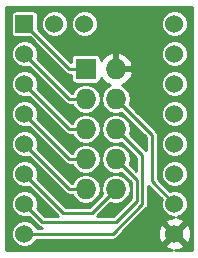
<source format=gtl>
G04 #@! TF.GenerationSoftware,KiCad,Pcbnew,5.0.2+dfsg1-1*
G04 #@! TF.CreationDate,2021-08-07T23:43:54+09:00*
G04 #@! TF.ProjectId,tmc-hv-adapter,746d632d-6876-42d6-9164-61707465722e,rev?*
G04 #@! TF.SameCoordinates,Original*
G04 #@! TF.FileFunction,Copper,L1,Top*
G04 #@! TF.FilePolarity,Positive*
%FSLAX46Y46*%
G04 Gerber Fmt 4.6, Leading zero omitted, Abs format (unit mm)*
G04 Created by KiCad (PCBNEW 5.0.2+dfsg1-1) date Sat 07 Aug 2021 11:43:54 PM JST*
%MOMM*%
%LPD*%
G01*
G04 APERTURE LIST*
G04 #@! TA.AperFunction,ComponentPad*
%ADD10R,1.727200X1.727200*%
G04 #@! TD*
G04 #@! TA.AperFunction,ComponentPad*
%ADD11O,1.727200X1.727200*%
G04 #@! TD*
G04 #@! TA.AperFunction,ComponentPad*
%ADD12R,1.524000X1.524000*%
G04 #@! TD*
G04 #@! TA.AperFunction,ComponentPad*
%ADD13C,1.524000*%
G04 #@! TD*
G04 #@! TA.AperFunction,ViaPad*
%ADD14C,0.800000*%
G04 #@! TD*
G04 #@! TA.AperFunction,Conductor*
%ADD15C,0.250000*%
G04 #@! TD*
G04 #@! TA.AperFunction,Conductor*
%ADD16C,0.254000*%
G04 #@! TD*
G04 APERTURE END LIST*
D10*
G04 #@! TO.P,J1,1*
G04 #@! TO.N,Net-(J1-Pad1)*
X152146000Y-72390000D03*
D11*
G04 #@! TO.P,J1,2*
G04 #@! TO.N,GND*
X154686000Y-72390000D03*
G04 #@! TO.P,J1,3*
G04 #@! TO.N,Net-(J1-Pad3)*
X152146000Y-74930000D03*
G04 #@! TO.P,J1,4*
G04 #@! TO.N,Net-(J1-Pad4)*
X154686000Y-74930000D03*
G04 #@! TO.P,J1,5*
G04 #@! TO.N,Net-(J1-Pad5)*
X152146000Y-77470000D03*
G04 #@! TO.P,J1,6*
G04 #@! TO.N,Net-(J1-Pad6)*
X154686000Y-77470000D03*
G04 #@! TO.P,J1,7*
G04 #@! TO.N,Net-(J1-Pad7)*
X152146000Y-80010000D03*
G04 #@! TO.P,J1,8*
G04 #@! TO.N,Net-(J1-Pad8)*
X154686000Y-80010000D03*
G04 #@! TO.P,J1,9*
G04 #@! TO.N,Net-(J1-Pad9)*
X152146000Y-82550000D03*
G04 #@! TO.P,J1,10*
G04 #@! TO.N,Net-(J1-Pad10)*
X154686000Y-82550000D03*
G04 #@! TD*
D12*
G04 #@! TO.P,U1,1*
G04 #@! TO.N,Net-(J1-Pad1)*
X146955001Y-68580000D03*
D13*
G04 #@! TO.P,U1,2*
G04 #@! TO.N,Net-(J1-Pad3)*
X146955001Y-71120000D03*
G04 #@! TO.P,U1,3*
G04 #@! TO.N,Net-(J1-Pad5)*
X146955001Y-73660000D03*
G04 #@! TO.P,U1,4*
G04 #@! TO.N,Net-(J1-Pad7)*
X146955001Y-76200000D03*
G04 #@! TO.P,U1,5*
G04 #@! TO.N,Net-(J1-Pad9)*
X146955001Y-78740000D03*
G04 #@! TO.P,U1,6*
G04 #@! TO.N,Net-(J1-Pad10)*
X146955001Y-81280000D03*
G04 #@! TO.P,U1,7*
G04 #@! TO.N,Net-(J1-Pad8)*
X146955001Y-83820000D03*
G04 #@! TO.P,U1,8*
G04 #@! TO.N,Net-(J1-Pad6)*
X146955001Y-86360000D03*
G04 #@! TO.P,U1,9*
G04 #@! TO.N,GND*
X159655001Y-86360000D03*
G04 #@! TO.P,U1,10*
G04 #@! TO.N,Net-(J1-Pad4)*
X159655001Y-83820000D03*
G04 #@! TO.P,U1,11*
G04 #@! TO.N,Net-(U1-Pad11)*
X159655001Y-81280000D03*
G04 #@! TO.P,U1,12*
G04 #@! TO.N,Net-(U1-Pad12)*
X159655001Y-78740000D03*
G04 #@! TO.P,U1,13*
G04 #@! TO.N,Net-(U1-Pad13)*
X159655001Y-76200000D03*
G04 #@! TO.P,U1,14*
G04 #@! TO.N,Net-(U1-Pad14)*
X159655001Y-73660000D03*
G04 #@! TO.P,U1,15*
G04 #@! TO.N,Net-(U1-Pad15)*
X159655001Y-71120000D03*
G04 #@! TO.P,U1,16*
G04 #@! TO.N,Net-(U1-Pad16)*
X159655001Y-68580000D03*
G04 #@! TO.P,U1,17*
G04 #@! TO.N,Net-(U1-Pad17)*
X149495001Y-68580000D03*
G04 #@! TO.P,U1,18*
G04 #@! TO.N,Net-(U1-Pad18)*
X152035001Y-68580000D03*
G04 #@! TD*
D14*
G04 #@! TO.N,GND*
X157480000Y-86360000D03*
X157480000Y-68580000D03*
G04 #@! TD*
D15*
G04 #@! TO.N,Net-(J1-Pad1)*
X150765001Y-72390000D02*
X152146000Y-72390000D01*
X146955001Y-68580000D02*
X150765001Y-72390000D01*
G04 #@! TO.N,Net-(J1-Pad3)*
X150765001Y-74930000D02*
X152146000Y-74930000D01*
X146955001Y-71120000D02*
X150765001Y-74930000D01*
G04 #@! TO.N,Net-(J1-Pad5)*
X150765001Y-77470000D02*
X152146000Y-77470000D01*
X146955001Y-73660000D02*
X150765001Y-77470000D01*
G04 #@! TO.N,Net-(J1-Pad6)*
X156914010Y-79698010D02*
X155549599Y-78333599D01*
X156914010Y-83820000D02*
X156914010Y-79698010D01*
X146955001Y-86360000D02*
X154432000Y-86360000D01*
X155549599Y-78333599D02*
X154686000Y-77470000D01*
X154432000Y-86360000D02*
X156914010Y-83820000D01*
G04 #@! TO.N,Net-(J1-Pad7)*
X150765001Y-80010000D02*
X152146000Y-80010000D01*
X146955001Y-76200000D02*
X150765001Y-80010000D01*
G04 #@! TO.N,Net-(J1-Pad8)*
X156464000Y-83566000D02*
X156464000Y-81788000D01*
X156464000Y-81788000D02*
X154686000Y-80010000D01*
X154686000Y-85344000D02*
X156464000Y-83566000D01*
X146955001Y-83820000D02*
X148479001Y-85344000D01*
X148479001Y-85344000D02*
X154686000Y-85344000D01*
G04 #@! TO.N,Net-(J1-Pad9)*
X150765001Y-82550000D02*
X152146000Y-82550000D01*
X146955001Y-78740000D02*
X150765001Y-82550000D01*
G04 #@! TO.N,Net-(J1-Pad10)*
X146955001Y-81280000D02*
X150257001Y-84582000D01*
X152654000Y-84582000D02*
X154686000Y-82550000D01*
X150257001Y-84582000D02*
X152654000Y-84582000D01*
G04 #@! TO.N,Net-(J1-Pad4)*
X157734000Y-81898999D02*
X159655001Y-83820000D01*
X154686000Y-74930000D02*
X157734000Y-77978000D01*
X157734000Y-77978000D02*
X157734000Y-81898999D01*
G04 #@! TD*
D16*
G04 #@! TO.N,GND*
G36*
X161163000Y-87757000D02*
X159689932Y-87757000D01*
X160002369Y-87741362D01*
X160386144Y-87582397D01*
X160455609Y-87340213D01*
X159655001Y-86539605D01*
X158854393Y-87340213D01*
X158923858Y-87582397D01*
X159413264Y-87757000D01*
X145415000Y-87757000D01*
X145415000Y-78512643D01*
X145812001Y-78512643D01*
X145812001Y-78967357D01*
X145986012Y-79387458D01*
X146307543Y-79708989D01*
X146727644Y-79883000D01*
X147182358Y-79883000D01*
X147323816Y-79824406D01*
X150371964Y-82872555D01*
X150400195Y-82914806D01*
X150512782Y-82990033D01*
X150567569Y-83026641D01*
X150765001Y-83065913D01*
X150814836Y-83056000D01*
X150987231Y-83056000D01*
X151248694Y-83447306D01*
X151660381Y-83722387D01*
X152023419Y-83794600D01*
X152268581Y-83794600D01*
X152631619Y-83722387D01*
X153043306Y-83447306D01*
X153318387Y-83035619D01*
X153414983Y-82550000D01*
X153318387Y-82064381D01*
X153043306Y-81652694D01*
X152631619Y-81377613D01*
X152268581Y-81305400D01*
X152023419Y-81305400D01*
X151660381Y-81377613D01*
X151248694Y-81652694D01*
X150987231Y-82044000D01*
X150974593Y-82044000D01*
X148039407Y-79108815D01*
X148098001Y-78967357D01*
X148098001Y-78512643D01*
X147923990Y-78092542D01*
X147602459Y-77771011D01*
X147182358Y-77597000D01*
X146727644Y-77597000D01*
X146307543Y-77771011D01*
X145986012Y-78092542D01*
X145812001Y-78512643D01*
X145415000Y-78512643D01*
X145415000Y-75972643D01*
X145812001Y-75972643D01*
X145812001Y-76427357D01*
X145986012Y-76847458D01*
X146307543Y-77168989D01*
X146727644Y-77343000D01*
X147182358Y-77343000D01*
X147323816Y-77284406D01*
X150371964Y-80332555D01*
X150400195Y-80374806D01*
X150512782Y-80450033D01*
X150567569Y-80486641D01*
X150765001Y-80525913D01*
X150814836Y-80516000D01*
X150987231Y-80516000D01*
X151248694Y-80907306D01*
X151660381Y-81182387D01*
X152023419Y-81254600D01*
X152268581Y-81254600D01*
X152631619Y-81182387D01*
X153043306Y-80907306D01*
X153318387Y-80495619D01*
X153414983Y-80010000D01*
X153318387Y-79524381D01*
X153043306Y-79112694D01*
X152631619Y-78837613D01*
X152268581Y-78765400D01*
X152023419Y-78765400D01*
X151660381Y-78837613D01*
X151248694Y-79112694D01*
X150987231Y-79504000D01*
X150974593Y-79504000D01*
X148039407Y-76568815D01*
X148098001Y-76427357D01*
X148098001Y-75972643D01*
X147923990Y-75552542D01*
X147602459Y-75231011D01*
X147182358Y-75057000D01*
X146727644Y-75057000D01*
X146307543Y-75231011D01*
X145986012Y-75552542D01*
X145812001Y-75972643D01*
X145415000Y-75972643D01*
X145415000Y-73432643D01*
X145812001Y-73432643D01*
X145812001Y-73887357D01*
X145986012Y-74307458D01*
X146307543Y-74628989D01*
X146727644Y-74803000D01*
X147182358Y-74803000D01*
X147323816Y-74744406D01*
X150371964Y-77792555D01*
X150400195Y-77834806D01*
X150512782Y-77910033D01*
X150567569Y-77946641D01*
X150765001Y-77985913D01*
X150814836Y-77976000D01*
X150987231Y-77976000D01*
X151248694Y-78367306D01*
X151660381Y-78642387D01*
X152023419Y-78714600D01*
X152268581Y-78714600D01*
X152631619Y-78642387D01*
X153043306Y-78367306D01*
X153318387Y-77955619D01*
X153414983Y-77470000D01*
X153318387Y-76984381D01*
X153043306Y-76572694D01*
X152631619Y-76297613D01*
X152268581Y-76225400D01*
X152023419Y-76225400D01*
X151660381Y-76297613D01*
X151248694Y-76572694D01*
X150987231Y-76964000D01*
X150974593Y-76964000D01*
X148039407Y-74028815D01*
X148098001Y-73887357D01*
X148098001Y-73432643D01*
X147923990Y-73012542D01*
X147602459Y-72691011D01*
X147182358Y-72517000D01*
X146727644Y-72517000D01*
X146307543Y-72691011D01*
X145986012Y-73012542D01*
X145812001Y-73432643D01*
X145415000Y-73432643D01*
X145415000Y-70892643D01*
X145812001Y-70892643D01*
X145812001Y-71347357D01*
X145986012Y-71767458D01*
X146307543Y-72088989D01*
X146727644Y-72263000D01*
X147182358Y-72263000D01*
X147323816Y-72204406D01*
X150371964Y-75252555D01*
X150400195Y-75294806D01*
X150512782Y-75370033D01*
X150567569Y-75406641D01*
X150765001Y-75445913D01*
X150814836Y-75436000D01*
X150987231Y-75436000D01*
X151248694Y-75827306D01*
X151660381Y-76102387D01*
X152023419Y-76174600D01*
X152268581Y-76174600D01*
X152631619Y-76102387D01*
X153043306Y-75827306D01*
X153318387Y-75415619D01*
X153414983Y-74930000D01*
X153318387Y-74444381D01*
X153043306Y-74032694D01*
X152631619Y-73757613D01*
X152268581Y-73685400D01*
X152023419Y-73685400D01*
X151660381Y-73757613D01*
X151248694Y-74032694D01*
X150987231Y-74424000D01*
X150974593Y-74424000D01*
X148039407Y-71488815D01*
X148098001Y-71347357D01*
X148098001Y-70892643D01*
X147923990Y-70472542D01*
X147602459Y-70151011D01*
X147182358Y-69977000D01*
X146727644Y-69977000D01*
X146307543Y-70151011D01*
X145986012Y-70472542D01*
X145812001Y-70892643D01*
X145415000Y-70892643D01*
X145415000Y-67818000D01*
X145804537Y-67818000D01*
X145804537Y-69342000D01*
X145834107Y-69490659D01*
X145918315Y-69616686D01*
X146044342Y-69700894D01*
X146193001Y-69730464D01*
X147389874Y-69730464D01*
X150371964Y-72712555D01*
X150400195Y-72754806D01*
X150512782Y-72830033D01*
X150567569Y-72866641D01*
X150765001Y-72905913D01*
X150814836Y-72896000D01*
X150893936Y-72896000D01*
X150893936Y-73253600D01*
X150923506Y-73402259D01*
X151007714Y-73528286D01*
X151133741Y-73612494D01*
X151282400Y-73642064D01*
X153009600Y-73642064D01*
X153158259Y-73612494D01*
X153284286Y-73528286D01*
X153368494Y-73402259D01*
X153398064Y-73253600D01*
X153398064Y-73152276D01*
X153403312Y-73164947D01*
X153797510Y-73596821D01*
X154175730Y-73774084D01*
X153788694Y-74032694D01*
X153513613Y-74444381D01*
X153417017Y-74930000D01*
X153513613Y-75415619D01*
X153788694Y-75827306D01*
X154200381Y-76102387D01*
X154563419Y-76174600D01*
X154808581Y-76174600D01*
X155147578Y-76107169D01*
X157228000Y-78187592D01*
X157228000Y-79296407D01*
X155942635Y-78011044D01*
X155942633Y-78011041D01*
X155863169Y-77931577D01*
X155954983Y-77470000D01*
X155858387Y-76984381D01*
X155583306Y-76572694D01*
X155171619Y-76297613D01*
X154808581Y-76225400D01*
X154563419Y-76225400D01*
X154200381Y-76297613D01*
X153788694Y-76572694D01*
X153513613Y-76984381D01*
X153417017Y-77470000D01*
X153513613Y-77955619D01*
X153788694Y-78367306D01*
X154200381Y-78642387D01*
X154563419Y-78714600D01*
X154808581Y-78714600D01*
X155147577Y-78647169D01*
X155227041Y-78726633D01*
X155227044Y-78726635D01*
X156408011Y-79907604D01*
X156408011Y-81016419D01*
X155863169Y-80471578D01*
X155954983Y-80010000D01*
X155858387Y-79524381D01*
X155583306Y-79112694D01*
X155171619Y-78837613D01*
X154808581Y-78765400D01*
X154563419Y-78765400D01*
X154200381Y-78837613D01*
X153788694Y-79112694D01*
X153513613Y-79524381D01*
X153417017Y-80010000D01*
X153513613Y-80495619D01*
X153788694Y-80907306D01*
X154200381Y-81182387D01*
X154563419Y-81254600D01*
X154808581Y-81254600D01*
X155147578Y-81187169D01*
X155958001Y-81997593D01*
X155958000Y-83356408D01*
X154476409Y-84838000D01*
X153113591Y-84838000D01*
X154224422Y-83727169D01*
X154563419Y-83794600D01*
X154808581Y-83794600D01*
X155171619Y-83722387D01*
X155583306Y-83447306D01*
X155858387Y-83035619D01*
X155954983Y-82550000D01*
X155858387Y-82064381D01*
X155583306Y-81652694D01*
X155171619Y-81377613D01*
X154808581Y-81305400D01*
X154563419Y-81305400D01*
X154200381Y-81377613D01*
X153788694Y-81652694D01*
X153513613Y-82064381D01*
X153417017Y-82550000D01*
X153508831Y-83011578D01*
X152444409Y-84076000D01*
X150466593Y-84076000D01*
X148039407Y-81648815D01*
X148098001Y-81507357D01*
X148098001Y-81052643D01*
X147923990Y-80632542D01*
X147602459Y-80311011D01*
X147182358Y-80137000D01*
X146727644Y-80137000D01*
X146307543Y-80311011D01*
X145986012Y-80632542D01*
X145812001Y-81052643D01*
X145812001Y-81507357D01*
X145986012Y-81927458D01*
X146307543Y-82248989D01*
X146727644Y-82423000D01*
X147182358Y-82423000D01*
X147323816Y-82364406D01*
X149797409Y-84838000D01*
X148688593Y-84838000D01*
X148039407Y-84188815D01*
X148098001Y-84047357D01*
X148098001Y-83592643D01*
X147923990Y-83172542D01*
X147602459Y-82851011D01*
X147182358Y-82677000D01*
X146727644Y-82677000D01*
X146307543Y-82851011D01*
X145986012Y-83172542D01*
X145812001Y-83592643D01*
X145812001Y-84047357D01*
X145986012Y-84467458D01*
X146307543Y-84788989D01*
X146727644Y-84963000D01*
X147182358Y-84963000D01*
X147323816Y-84904406D01*
X148085964Y-85666555D01*
X148114195Y-85708806D01*
X148281570Y-85820641D01*
X148429166Y-85850000D01*
X148449275Y-85854000D01*
X147982584Y-85854000D01*
X147923990Y-85712542D01*
X147602459Y-85391011D01*
X147182358Y-85217000D01*
X146727644Y-85217000D01*
X146307543Y-85391011D01*
X145986012Y-85712542D01*
X145812001Y-86132643D01*
X145812001Y-86587357D01*
X145986012Y-87007458D01*
X146307543Y-87328989D01*
X146727644Y-87503000D01*
X147182358Y-87503000D01*
X147602459Y-87328989D01*
X147923990Y-87007458D01*
X147982584Y-86866000D01*
X154385112Y-86866000D01*
X154437956Y-86875879D01*
X154533567Y-86855710D01*
X154629431Y-86836641D01*
X154631955Y-86834955D01*
X154634921Y-86834329D01*
X154715474Y-86779150D01*
X154796806Y-86724806D01*
X154826677Y-86680101D01*
X155342426Y-86152302D01*
X158245857Y-86152302D01*
X158273639Y-86707368D01*
X158432604Y-87091143D01*
X158674788Y-87160608D01*
X159475396Y-86360000D01*
X159834606Y-86360000D01*
X160635214Y-87160608D01*
X160877398Y-87091143D01*
X161064145Y-86567698D01*
X161036363Y-86012632D01*
X160877398Y-85628857D01*
X160635214Y-85559392D01*
X159834606Y-86360000D01*
X159475396Y-86360000D01*
X158674788Y-85559392D01*
X158432604Y-85628857D01*
X158245857Y-86152302D01*
X155342426Y-86152302D01*
X157239018Y-84211398D01*
X157278816Y-84184806D01*
X157308686Y-84140102D01*
X157310742Y-84137998D01*
X157336317Y-84098748D01*
X157390651Y-84017431D01*
X157391243Y-84014455D01*
X157392898Y-84011915D01*
X157410856Y-83915856D01*
X157420010Y-83869835D01*
X157420010Y-83866888D01*
X157429889Y-83814044D01*
X157420010Y-83767213D01*
X157420010Y-82300600D01*
X158570595Y-83451185D01*
X158512001Y-83592643D01*
X158512001Y-84047357D01*
X158686012Y-84467458D01*
X159007543Y-84788989D01*
X159427644Y-84963000D01*
X159620070Y-84963000D01*
X159307633Y-84978638D01*
X158923858Y-85137603D01*
X158854393Y-85379787D01*
X159655001Y-86180395D01*
X160455609Y-85379787D01*
X160386144Y-85137603D01*
X159889012Y-84960244D01*
X160302459Y-84788989D01*
X160623990Y-84467458D01*
X160798001Y-84047357D01*
X160798001Y-83592643D01*
X160623990Y-83172542D01*
X160302459Y-82851011D01*
X159882358Y-82677000D01*
X159427644Y-82677000D01*
X159286186Y-82735594D01*
X158240000Y-81689408D01*
X158240000Y-81052643D01*
X158512001Y-81052643D01*
X158512001Y-81507357D01*
X158686012Y-81927458D01*
X159007543Y-82248989D01*
X159427644Y-82423000D01*
X159882358Y-82423000D01*
X160302459Y-82248989D01*
X160623990Y-81927458D01*
X160798001Y-81507357D01*
X160798001Y-81052643D01*
X160623990Y-80632542D01*
X160302459Y-80311011D01*
X159882358Y-80137000D01*
X159427644Y-80137000D01*
X159007543Y-80311011D01*
X158686012Y-80632542D01*
X158512001Y-81052643D01*
X158240000Y-81052643D01*
X158240000Y-78512643D01*
X158512001Y-78512643D01*
X158512001Y-78967357D01*
X158686012Y-79387458D01*
X159007543Y-79708989D01*
X159427644Y-79883000D01*
X159882358Y-79883000D01*
X160302459Y-79708989D01*
X160623990Y-79387458D01*
X160798001Y-78967357D01*
X160798001Y-78512643D01*
X160623990Y-78092542D01*
X160302459Y-77771011D01*
X159882358Y-77597000D01*
X159427644Y-77597000D01*
X159007543Y-77771011D01*
X158686012Y-78092542D01*
X158512001Y-78512643D01*
X158240000Y-78512643D01*
X158240000Y-78027834D01*
X158249913Y-77978000D01*
X158225836Y-77856959D01*
X158210641Y-77780569D01*
X158098806Y-77613194D01*
X158056556Y-77584964D01*
X156444235Y-75972643D01*
X158512001Y-75972643D01*
X158512001Y-76427357D01*
X158686012Y-76847458D01*
X159007543Y-77168989D01*
X159427644Y-77343000D01*
X159882358Y-77343000D01*
X160302459Y-77168989D01*
X160623990Y-76847458D01*
X160798001Y-76427357D01*
X160798001Y-75972643D01*
X160623990Y-75552542D01*
X160302459Y-75231011D01*
X159882358Y-75057000D01*
X159427644Y-75057000D01*
X159007543Y-75231011D01*
X158686012Y-75552542D01*
X158512001Y-75972643D01*
X156444235Y-75972643D01*
X155863169Y-75391578D01*
X155954983Y-74930000D01*
X155858387Y-74444381D01*
X155583306Y-74032694D01*
X155196270Y-73774084D01*
X155574490Y-73596821D01*
X155724345Y-73432643D01*
X158512001Y-73432643D01*
X158512001Y-73887357D01*
X158686012Y-74307458D01*
X159007543Y-74628989D01*
X159427644Y-74803000D01*
X159882358Y-74803000D01*
X160302459Y-74628989D01*
X160623990Y-74307458D01*
X160798001Y-73887357D01*
X160798001Y-73432643D01*
X160623990Y-73012542D01*
X160302459Y-72691011D01*
X159882358Y-72517000D01*
X159427644Y-72517000D01*
X159007543Y-72691011D01*
X158686012Y-73012542D01*
X158512001Y-73432643D01*
X155724345Y-73432643D01*
X155968688Y-73164947D01*
X156140958Y-72749026D01*
X156019817Y-72517000D01*
X154813000Y-72517000D01*
X154813000Y-72537000D01*
X154559000Y-72537000D01*
X154559000Y-72517000D01*
X154539000Y-72517000D01*
X154539000Y-72263000D01*
X154559000Y-72263000D01*
X154559000Y-71055531D01*
X154813000Y-71055531D01*
X154813000Y-72263000D01*
X156019817Y-72263000D01*
X156140958Y-72030974D01*
X155968688Y-71615053D01*
X155574490Y-71183179D01*
X155045027Y-70935032D01*
X154813000Y-71055531D01*
X154559000Y-71055531D01*
X154326973Y-70935032D01*
X153797510Y-71183179D01*
X153403312Y-71615053D01*
X153398064Y-71627724D01*
X153398064Y-71526400D01*
X153368494Y-71377741D01*
X153284286Y-71251714D01*
X153158259Y-71167506D01*
X153009600Y-71137936D01*
X151282400Y-71137936D01*
X151133741Y-71167506D01*
X151007714Y-71251714D01*
X150923506Y-71377741D01*
X150893936Y-71526400D01*
X150893936Y-71803343D01*
X149983236Y-70892643D01*
X158512001Y-70892643D01*
X158512001Y-71347357D01*
X158686012Y-71767458D01*
X159007543Y-72088989D01*
X159427644Y-72263000D01*
X159882358Y-72263000D01*
X160302459Y-72088989D01*
X160623990Y-71767458D01*
X160798001Y-71347357D01*
X160798001Y-70892643D01*
X160623990Y-70472542D01*
X160302459Y-70151011D01*
X159882358Y-69977000D01*
X159427644Y-69977000D01*
X159007543Y-70151011D01*
X158686012Y-70472542D01*
X158512001Y-70892643D01*
X149983236Y-70892643D01*
X148105465Y-69014873D01*
X148105465Y-68352643D01*
X148352001Y-68352643D01*
X148352001Y-68807357D01*
X148526012Y-69227458D01*
X148847543Y-69548989D01*
X149267644Y-69723000D01*
X149722358Y-69723000D01*
X150142459Y-69548989D01*
X150463990Y-69227458D01*
X150638001Y-68807357D01*
X150638001Y-68352643D01*
X150892001Y-68352643D01*
X150892001Y-68807357D01*
X151066012Y-69227458D01*
X151387543Y-69548989D01*
X151807644Y-69723000D01*
X152262358Y-69723000D01*
X152682459Y-69548989D01*
X153003990Y-69227458D01*
X153178001Y-68807357D01*
X153178001Y-68352643D01*
X158512001Y-68352643D01*
X158512001Y-68807357D01*
X158686012Y-69227458D01*
X159007543Y-69548989D01*
X159427644Y-69723000D01*
X159882358Y-69723000D01*
X160302459Y-69548989D01*
X160623990Y-69227458D01*
X160798001Y-68807357D01*
X160798001Y-68352643D01*
X160623990Y-67932542D01*
X160302459Y-67611011D01*
X159882358Y-67437000D01*
X159427644Y-67437000D01*
X159007543Y-67611011D01*
X158686012Y-67932542D01*
X158512001Y-68352643D01*
X153178001Y-68352643D01*
X153003990Y-67932542D01*
X152682459Y-67611011D01*
X152262358Y-67437000D01*
X151807644Y-67437000D01*
X151387543Y-67611011D01*
X151066012Y-67932542D01*
X150892001Y-68352643D01*
X150638001Y-68352643D01*
X150463990Y-67932542D01*
X150142459Y-67611011D01*
X149722358Y-67437000D01*
X149267644Y-67437000D01*
X148847543Y-67611011D01*
X148526012Y-67932542D01*
X148352001Y-68352643D01*
X148105465Y-68352643D01*
X148105465Y-67818000D01*
X148075895Y-67669341D01*
X147991687Y-67543314D01*
X147865660Y-67459106D01*
X147717001Y-67429536D01*
X146193001Y-67429536D01*
X146044342Y-67459106D01*
X145918315Y-67543314D01*
X145834107Y-67669341D01*
X145804537Y-67818000D01*
X145415000Y-67818000D01*
X145415000Y-67183000D01*
X161163000Y-67183000D01*
X161163000Y-87757000D01*
X161163000Y-87757000D01*
G37*
X161163000Y-87757000D02*
X159689932Y-87757000D01*
X160002369Y-87741362D01*
X160386144Y-87582397D01*
X160455609Y-87340213D01*
X159655001Y-86539605D01*
X158854393Y-87340213D01*
X158923858Y-87582397D01*
X159413264Y-87757000D01*
X145415000Y-87757000D01*
X145415000Y-78512643D01*
X145812001Y-78512643D01*
X145812001Y-78967357D01*
X145986012Y-79387458D01*
X146307543Y-79708989D01*
X146727644Y-79883000D01*
X147182358Y-79883000D01*
X147323816Y-79824406D01*
X150371964Y-82872555D01*
X150400195Y-82914806D01*
X150512782Y-82990033D01*
X150567569Y-83026641D01*
X150765001Y-83065913D01*
X150814836Y-83056000D01*
X150987231Y-83056000D01*
X151248694Y-83447306D01*
X151660381Y-83722387D01*
X152023419Y-83794600D01*
X152268581Y-83794600D01*
X152631619Y-83722387D01*
X153043306Y-83447306D01*
X153318387Y-83035619D01*
X153414983Y-82550000D01*
X153318387Y-82064381D01*
X153043306Y-81652694D01*
X152631619Y-81377613D01*
X152268581Y-81305400D01*
X152023419Y-81305400D01*
X151660381Y-81377613D01*
X151248694Y-81652694D01*
X150987231Y-82044000D01*
X150974593Y-82044000D01*
X148039407Y-79108815D01*
X148098001Y-78967357D01*
X148098001Y-78512643D01*
X147923990Y-78092542D01*
X147602459Y-77771011D01*
X147182358Y-77597000D01*
X146727644Y-77597000D01*
X146307543Y-77771011D01*
X145986012Y-78092542D01*
X145812001Y-78512643D01*
X145415000Y-78512643D01*
X145415000Y-75972643D01*
X145812001Y-75972643D01*
X145812001Y-76427357D01*
X145986012Y-76847458D01*
X146307543Y-77168989D01*
X146727644Y-77343000D01*
X147182358Y-77343000D01*
X147323816Y-77284406D01*
X150371964Y-80332555D01*
X150400195Y-80374806D01*
X150512782Y-80450033D01*
X150567569Y-80486641D01*
X150765001Y-80525913D01*
X150814836Y-80516000D01*
X150987231Y-80516000D01*
X151248694Y-80907306D01*
X151660381Y-81182387D01*
X152023419Y-81254600D01*
X152268581Y-81254600D01*
X152631619Y-81182387D01*
X153043306Y-80907306D01*
X153318387Y-80495619D01*
X153414983Y-80010000D01*
X153318387Y-79524381D01*
X153043306Y-79112694D01*
X152631619Y-78837613D01*
X152268581Y-78765400D01*
X152023419Y-78765400D01*
X151660381Y-78837613D01*
X151248694Y-79112694D01*
X150987231Y-79504000D01*
X150974593Y-79504000D01*
X148039407Y-76568815D01*
X148098001Y-76427357D01*
X148098001Y-75972643D01*
X147923990Y-75552542D01*
X147602459Y-75231011D01*
X147182358Y-75057000D01*
X146727644Y-75057000D01*
X146307543Y-75231011D01*
X145986012Y-75552542D01*
X145812001Y-75972643D01*
X145415000Y-75972643D01*
X145415000Y-73432643D01*
X145812001Y-73432643D01*
X145812001Y-73887357D01*
X145986012Y-74307458D01*
X146307543Y-74628989D01*
X146727644Y-74803000D01*
X147182358Y-74803000D01*
X147323816Y-74744406D01*
X150371964Y-77792555D01*
X150400195Y-77834806D01*
X150512782Y-77910033D01*
X150567569Y-77946641D01*
X150765001Y-77985913D01*
X150814836Y-77976000D01*
X150987231Y-77976000D01*
X151248694Y-78367306D01*
X151660381Y-78642387D01*
X152023419Y-78714600D01*
X152268581Y-78714600D01*
X152631619Y-78642387D01*
X153043306Y-78367306D01*
X153318387Y-77955619D01*
X153414983Y-77470000D01*
X153318387Y-76984381D01*
X153043306Y-76572694D01*
X152631619Y-76297613D01*
X152268581Y-76225400D01*
X152023419Y-76225400D01*
X151660381Y-76297613D01*
X151248694Y-76572694D01*
X150987231Y-76964000D01*
X150974593Y-76964000D01*
X148039407Y-74028815D01*
X148098001Y-73887357D01*
X148098001Y-73432643D01*
X147923990Y-73012542D01*
X147602459Y-72691011D01*
X147182358Y-72517000D01*
X146727644Y-72517000D01*
X146307543Y-72691011D01*
X145986012Y-73012542D01*
X145812001Y-73432643D01*
X145415000Y-73432643D01*
X145415000Y-70892643D01*
X145812001Y-70892643D01*
X145812001Y-71347357D01*
X145986012Y-71767458D01*
X146307543Y-72088989D01*
X146727644Y-72263000D01*
X147182358Y-72263000D01*
X147323816Y-72204406D01*
X150371964Y-75252555D01*
X150400195Y-75294806D01*
X150512782Y-75370033D01*
X150567569Y-75406641D01*
X150765001Y-75445913D01*
X150814836Y-75436000D01*
X150987231Y-75436000D01*
X151248694Y-75827306D01*
X151660381Y-76102387D01*
X152023419Y-76174600D01*
X152268581Y-76174600D01*
X152631619Y-76102387D01*
X153043306Y-75827306D01*
X153318387Y-75415619D01*
X153414983Y-74930000D01*
X153318387Y-74444381D01*
X153043306Y-74032694D01*
X152631619Y-73757613D01*
X152268581Y-73685400D01*
X152023419Y-73685400D01*
X151660381Y-73757613D01*
X151248694Y-74032694D01*
X150987231Y-74424000D01*
X150974593Y-74424000D01*
X148039407Y-71488815D01*
X148098001Y-71347357D01*
X148098001Y-70892643D01*
X147923990Y-70472542D01*
X147602459Y-70151011D01*
X147182358Y-69977000D01*
X146727644Y-69977000D01*
X146307543Y-70151011D01*
X145986012Y-70472542D01*
X145812001Y-70892643D01*
X145415000Y-70892643D01*
X145415000Y-67818000D01*
X145804537Y-67818000D01*
X145804537Y-69342000D01*
X145834107Y-69490659D01*
X145918315Y-69616686D01*
X146044342Y-69700894D01*
X146193001Y-69730464D01*
X147389874Y-69730464D01*
X150371964Y-72712555D01*
X150400195Y-72754806D01*
X150512782Y-72830033D01*
X150567569Y-72866641D01*
X150765001Y-72905913D01*
X150814836Y-72896000D01*
X150893936Y-72896000D01*
X150893936Y-73253600D01*
X150923506Y-73402259D01*
X151007714Y-73528286D01*
X151133741Y-73612494D01*
X151282400Y-73642064D01*
X153009600Y-73642064D01*
X153158259Y-73612494D01*
X153284286Y-73528286D01*
X153368494Y-73402259D01*
X153398064Y-73253600D01*
X153398064Y-73152276D01*
X153403312Y-73164947D01*
X153797510Y-73596821D01*
X154175730Y-73774084D01*
X153788694Y-74032694D01*
X153513613Y-74444381D01*
X153417017Y-74930000D01*
X153513613Y-75415619D01*
X153788694Y-75827306D01*
X154200381Y-76102387D01*
X154563419Y-76174600D01*
X154808581Y-76174600D01*
X155147578Y-76107169D01*
X157228000Y-78187592D01*
X157228000Y-79296407D01*
X155942635Y-78011044D01*
X155942633Y-78011041D01*
X155863169Y-77931577D01*
X155954983Y-77470000D01*
X155858387Y-76984381D01*
X155583306Y-76572694D01*
X155171619Y-76297613D01*
X154808581Y-76225400D01*
X154563419Y-76225400D01*
X154200381Y-76297613D01*
X153788694Y-76572694D01*
X153513613Y-76984381D01*
X153417017Y-77470000D01*
X153513613Y-77955619D01*
X153788694Y-78367306D01*
X154200381Y-78642387D01*
X154563419Y-78714600D01*
X154808581Y-78714600D01*
X155147577Y-78647169D01*
X155227041Y-78726633D01*
X155227044Y-78726635D01*
X156408011Y-79907604D01*
X156408011Y-81016419D01*
X155863169Y-80471578D01*
X155954983Y-80010000D01*
X155858387Y-79524381D01*
X155583306Y-79112694D01*
X155171619Y-78837613D01*
X154808581Y-78765400D01*
X154563419Y-78765400D01*
X154200381Y-78837613D01*
X153788694Y-79112694D01*
X153513613Y-79524381D01*
X153417017Y-80010000D01*
X153513613Y-80495619D01*
X153788694Y-80907306D01*
X154200381Y-81182387D01*
X154563419Y-81254600D01*
X154808581Y-81254600D01*
X155147578Y-81187169D01*
X155958001Y-81997593D01*
X155958000Y-83356408D01*
X154476409Y-84838000D01*
X153113591Y-84838000D01*
X154224422Y-83727169D01*
X154563419Y-83794600D01*
X154808581Y-83794600D01*
X155171619Y-83722387D01*
X155583306Y-83447306D01*
X155858387Y-83035619D01*
X155954983Y-82550000D01*
X155858387Y-82064381D01*
X155583306Y-81652694D01*
X155171619Y-81377613D01*
X154808581Y-81305400D01*
X154563419Y-81305400D01*
X154200381Y-81377613D01*
X153788694Y-81652694D01*
X153513613Y-82064381D01*
X153417017Y-82550000D01*
X153508831Y-83011578D01*
X152444409Y-84076000D01*
X150466593Y-84076000D01*
X148039407Y-81648815D01*
X148098001Y-81507357D01*
X148098001Y-81052643D01*
X147923990Y-80632542D01*
X147602459Y-80311011D01*
X147182358Y-80137000D01*
X146727644Y-80137000D01*
X146307543Y-80311011D01*
X145986012Y-80632542D01*
X145812001Y-81052643D01*
X145812001Y-81507357D01*
X145986012Y-81927458D01*
X146307543Y-82248989D01*
X146727644Y-82423000D01*
X147182358Y-82423000D01*
X147323816Y-82364406D01*
X149797409Y-84838000D01*
X148688593Y-84838000D01*
X148039407Y-84188815D01*
X148098001Y-84047357D01*
X148098001Y-83592643D01*
X147923990Y-83172542D01*
X147602459Y-82851011D01*
X147182358Y-82677000D01*
X146727644Y-82677000D01*
X146307543Y-82851011D01*
X145986012Y-83172542D01*
X145812001Y-83592643D01*
X145812001Y-84047357D01*
X145986012Y-84467458D01*
X146307543Y-84788989D01*
X146727644Y-84963000D01*
X147182358Y-84963000D01*
X147323816Y-84904406D01*
X148085964Y-85666555D01*
X148114195Y-85708806D01*
X148281570Y-85820641D01*
X148429166Y-85850000D01*
X148449275Y-85854000D01*
X147982584Y-85854000D01*
X147923990Y-85712542D01*
X147602459Y-85391011D01*
X147182358Y-85217000D01*
X146727644Y-85217000D01*
X146307543Y-85391011D01*
X145986012Y-85712542D01*
X145812001Y-86132643D01*
X145812001Y-86587357D01*
X145986012Y-87007458D01*
X146307543Y-87328989D01*
X146727644Y-87503000D01*
X147182358Y-87503000D01*
X147602459Y-87328989D01*
X147923990Y-87007458D01*
X147982584Y-86866000D01*
X154385112Y-86866000D01*
X154437956Y-86875879D01*
X154533567Y-86855710D01*
X154629431Y-86836641D01*
X154631955Y-86834955D01*
X154634921Y-86834329D01*
X154715474Y-86779150D01*
X154796806Y-86724806D01*
X154826677Y-86680101D01*
X155342426Y-86152302D01*
X158245857Y-86152302D01*
X158273639Y-86707368D01*
X158432604Y-87091143D01*
X158674788Y-87160608D01*
X159475396Y-86360000D01*
X159834606Y-86360000D01*
X160635214Y-87160608D01*
X160877398Y-87091143D01*
X161064145Y-86567698D01*
X161036363Y-86012632D01*
X160877398Y-85628857D01*
X160635214Y-85559392D01*
X159834606Y-86360000D01*
X159475396Y-86360000D01*
X158674788Y-85559392D01*
X158432604Y-85628857D01*
X158245857Y-86152302D01*
X155342426Y-86152302D01*
X157239018Y-84211398D01*
X157278816Y-84184806D01*
X157308686Y-84140102D01*
X157310742Y-84137998D01*
X157336317Y-84098748D01*
X157390651Y-84017431D01*
X157391243Y-84014455D01*
X157392898Y-84011915D01*
X157410856Y-83915856D01*
X157420010Y-83869835D01*
X157420010Y-83866888D01*
X157429889Y-83814044D01*
X157420010Y-83767213D01*
X157420010Y-82300600D01*
X158570595Y-83451185D01*
X158512001Y-83592643D01*
X158512001Y-84047357D01*
X158686012Y-84467458D01*
X159007543Y-84788989D01*
X159427644Y-84963000D01*
X159620070Y-84963000D01*
X159307633Y-84978638D01*
X158923858Y-85137603D01*
X158854393Y-85379787D01*
X159655001Y-86180395D01*
X160455609Y-85379787D01*
X160386144Y-85137603D01*
X159889012Y-84960244D01*
X160302459Y-84788989D01*
X160623990Y-84467458D01*
X160798001Y-84047357D01*
X160798001Y-83592643D01*
X160623990Y-83172542D01*
X160302459Y-82851011D01*
X159882358Y-82677000D01*
X159427644Y-82677000D01*
X159286186Y-82735594D01*
X158240000Y-81689408D01*
X158240000Y-81052643D01*
X158512001Y-81052643D01*
X158512001Y-81507357D01*
X158686012Y-81927458D01*
X159007543Y-82248989D01*
X159427644Y-82423000D01*
X159882358Y-82423000D01*
X160302459Y-82248989D01*
X160623990Y-81927458D01*
X160798001Y-81507357D01*
X160798001Y-81052643D01*
X160623990Y-80632542D01*
X160302459Y-80311011D01*
X159882358Y-80137000D01*
X159427644Y-80137000D01*
X159007543Y-80311011D01*
X158686012Y-80632542D01*
X158512001Y-81052643D01*
X158240000Y-81052643D01*
X158240000Y-78512643D01*
X158512001Y-78512643D01*
X158512001Y-78967357D01*
X158686012Y-79387458D01*
X159007543Y-79708989D01*
X159427644Y-79883000D01*
X159882358Y-79883000D01*
X160302459Y-79708989D01*
X160623990Y-79387458D01*
X160798001Y-78967357D01*
X160798001Y-78512643D01*
X160623990Y-78092542D01*
X160302459Y-77771011D01*
X159882358Y-77597000D01*
X159427644Y-77597000D01*
X159007543Y-77771011D01*
X158686012Y-78092542D01*
X158512001Y-78512643D01*
X158240000Y-78512643D01*
X158240000Y-78027834D01*
X158249913Y-77978000D01*
X158225836Y-77856959D01*
X158210641Y-77780569D01*
X158098806Y-77613194D01*
X158056556Y-77584964D01*
X156444235Y-75972643D01*
X158512001Y-75972643D01*
X158512001Y-76427357D01*
X158686012Y-76847458D01*
X159007543Y-77168989D01*
X159427644Y-77343000D01*
X159882358Y-77343000D01*
X160302459Y-77168989D01*
X160623990Y-76847458D01*
X160798001Y-76427357D01*
X160798001Y-75972643D01*
X160623990Y-75552542D01*
X160302459Y-75231011D01*
X159882358Y-75057000D01*
X159427644Y-75057000D01*
X159007543Y-75231011D01*
X158686012Y-75552542D01*
X158512001Y-75972643D01*
X156444235Y-75972643D01*
X155863169Y-75391578D01*
X155954983Y-74930000D01*
X155858387Y-74444381D01*
X155583306Y-74032694D01*
X155196270Y-73774084D01*
X155574490Y-73596821D01*
X155724345Y-73432643D01*
X158512001Y-73432643D01*
X158512001Y-73887357D01*
X158686012Y-74307458D01*
X159007543Y-74628989D01*
X159427644Y-74803000D01*
X159882358Y-74803000D01*
X160302459Y-74628989D01*
X160623990Y-74307458D01*
X160798001Y-73887357D01*
X160798001Y-73432643D01*
X160623990Y-73012542D01*
X160302459Y-72691011D01*
X159882358Y-72517000D01*
X159427644Y-72517000D01*
X159007543Y-72691011D01*
X158686012Y-73012542D01*
X158512001Y-73432643D01*
X155724345Y-73432643D01*
X155968688Y-73164947D01*
X156140958Y-72749026D01*
X156019817Y-72517000D01*
X154813000Y-72517000D01*
X154813000Y-72537000D01*
X154559000Y-72537000D01*
X154559000Y-72517000D01*
X154539000Y-72517000D01*
X154539000Y-72263000D01*
X154559000Y-72263000D01*
X154559000Y-71055531D01*
X154813000Y-71055531D01*
X154813000Y-72263000D01*
X156019817Y-72263000D01*
X156140958Y-72030974D01*
X155968688Y-71615053D01*
X155574490Y-71183179D01*
X155045027Y-70935032D01*
X154813000Y-71055531D01*
X154559000Y-71055531D01*
X154326973Y-70935032D01*
X153797510Y-71183179D01*
X153403312Y-71615053D01*
X153398064Y-71627724D01*
X153398064Y-71526400D01*
X153368494Y-71377741D01*
X153284286Y-71251714D01*
X153158259Y-71167506D01*
X153009600Y-71137936D01*
X151282400Y-71137936D01*
X151133741Y-71167506D01*
X151007714Y-71251714D01*
X150923506Y-71377741D01*
X150893936Y-71526400D01*
X150893936Y-71803343D01*
X149983236Y-70892643D01*
X158512001Y-70892643D01*
X158512001Y-71347357D01*
X158686012Y-71767458D01*
X159007543Y-72088989D01*
X159427644Y-72263000D01*
X159882358Y-72263000D01*
X160302459Y-72088989D01*
X160623990Y-71767458D01*
X160798001Y-71347357D01*
X160798001Y-70892643D01*
X160623990Y-70472542D01*
X160302459Y-70151011D01*
X159882358Y-69977000D01*
X159427644Y-69977000D01*
X159007543Y-70151011D01*
X158686012Y-70472542D01*
X158512001Y-70892643D01*
X149983236Y-70892643D01*
X148105465Y-69014873D01*
X148105465Y-68352643D01*
X148352001Y-68352643D01*
X148352001Y-68807357D01*
X148526012Y-69227458D01*
X148847543Y-69548989D01*
X149267644Y-69723000D01*
X149722358Y-69723000D01*
X150142459Y-69548989D01*
X150463990Y-69227458D01*
X150638001Y-68807357D01*
X150638001Y-68352643D01*
X150892001Y-68352643D01*
X150892001Y-68807357D01*
X151066012Y-69227458D01*
X151387543Y-69548989D01*
X151807644Y-69723000D01*
X152262358Y-69723000D01*
X152682459Y-69548989D01*
X153003990Y-69227458D01*
X153178001Y-68807357D01*
X153178001Y-68352643D01*
X158512001Y-68352643D01*
X158512001Y-68807357D01*
X158686012Y-69227458D01*
X159007543Y-69548989D01*
X159427644Y-69723000D01*
X159882358Y-69723000D01*
X160302459Y-69548989D01*
X160623990Y-69227458D01*
X160798001Y-68807357D01*
X160798001Y-68352643D01*
X160623990Y-67932542D01*
X160302459Y-67611011D01*
X159882358Y-67437000D01*
X159427644Y-67437000D01*
X159007543Y-67611011D01*
X158686012Y-67932542D01*
X158512001Y-68352643D01*
X153178001Y-68352643D01*
X153003990Y-67932542D01*
X152682459Y-67611011D01*
X152262358Y-67437000D01*
X151807644Y-67437000D01*
X151387543Y-67611011D01*
X151066012Y-67932542D01*
X150892001Y-68352643D01*
X150638001Y-68352643D01*
X150463990Y-67932542D01*
X150142459Y-67611011D01*
X149722358Y-67437000D01*
X149267644Y-67437000D01*
X148847543Y-67611011D01*
X148526012Y-67932542D01*
X148352001Y-68352643D01*
X148105465Y-68352643D01*
X148105465Y-67818000D01*
X148075895Y-67669341D01*
X147991687Y-67543314D01*
X147865660Y-67459106D01*
X147717001Y-67429536D01*
X146193001Y-67429536D01*
X146044342Y-67459106D01*
X145918315Y-67543314D01*
X145834107Y-67669341D01*
X145804537Y-67818000D01*
X145415000Y-67818000D01*
X145415000Y-67183000D01*
X161163000Y-67183000D01*
X161163000Y-87757000D01*
G04 #@! TD*
M02*

</source>
